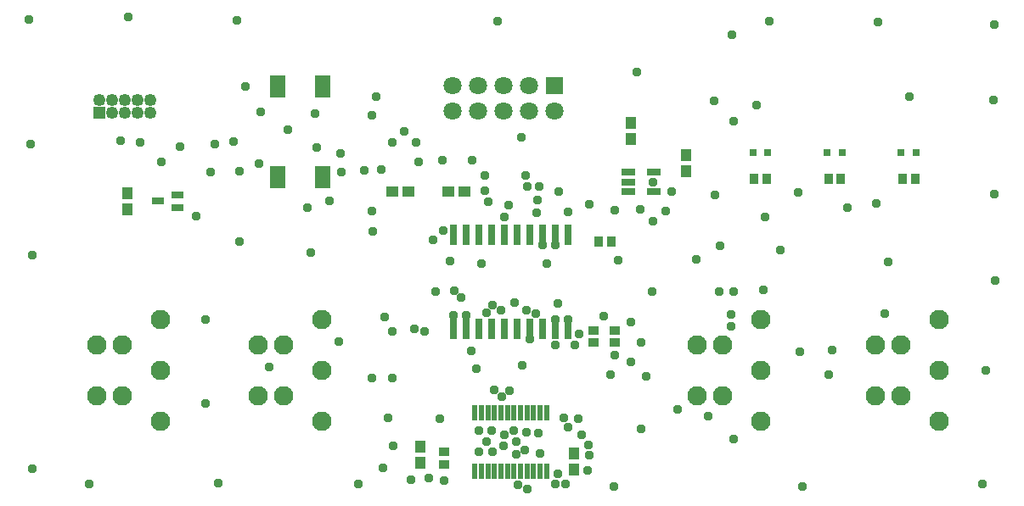
<source format=gts>
G04*
G04 #@! TF.GenerationSoftware,Altium Limited,Altium Designer,21.9.1 (22)*
G04*
G04 Layer_Color=8388736*
%FSLAX25Y25*%
%MOIN*%
G70*
G04*
G04 #@! TF.SameCoordinates,0F29A8BA-E8F9-4293-BDD9-90E20D7A2386*
G04*
G04*
G04 #@! TF.FilePolarity,Negative*
G04*
G01*
G75*
%ADD15R,0.03985X0.04758*%
%ADD17R,0.03150X0.03150*%
%ADD22R,0.04758X0.03985*%
%ADD24R,0.03150X0.08169*%
%ADD25R,0.05118X0.02756*%
%ADD26R,0.02362X0.06398*%
%ADD27R,0.04331X0.03740*%
%ADD28R,0.03740X0.04331*%
%ADD29R,0.05315X0.02953*%
%ADD30R,0.06102X0.08858*%
%ADD31C,0.07677*%
%ADD32R,0.07087X0.07087*%
%ADD33C,0.07087*%
%ADD34R,0.04921X0.04921*%
%ADD35C,0.04921*%
%ADD36C,0.03740*%
D15*
X46457Y121661D02*
D03*
Y115347D02*
D03*
X161417Y21956D02*
D03*
Y15642D02*
D03*
X265748Y130406D02*
D03*
Y136720D02*
D03*
X244094Y143005D02*
D03*
Y149318D02*
D03*
X221850Y12886D02*
D03*
Y19200D02*
D03*
D17*
X297835Y137500D02*
D03*
X291929D02*
D03*
X356102Y137500D02*
D03*
X350197D02*
D03*
X326969D02*
D03*
X321063D02*
D03*
D22*
X172473Y122146D02*
D03*
X178787D02*
D03*
X150379D02*
D03*
X156693D02*
D03*
D24*
X174350Y105264D02*
D03*
X179350D02*
D03*
X184350D02*
D03*
X189350D02*
D03*
X194350D02*
D03*
X199350D02*
D03*
X204350D02*
D03*
X209350D02*
D03*
X214350D02*
D03*
X219350D02*
D03*
Y68161D02*
D03*
X214350D02*
D03*
X209350D02*
D03*
X204350D02*
D03*
X199350D02*
D03*
X194350D02*
D03*
X189350D02*
D03*
X184350D02*
D03*
X179350D02*
D03*
X174350D02*
D03*
D25*
X58268Y118504D02*
D03*
X66142Y121063D02*
D03*
Y115945D02*
D03*
D26*
X182776Y12216D02*
D03*
X185335D02*
D03*
X187894D02*
D03*
X190453D02*
D03*
X193012D02*
D03*
X195571D02*
D03*
X198130D02*
D03*
X200689D02*
D03*
X203248D02*
D03*
X205807D02*
D03*
X208366D02*
D03*
X210925D02*
D03*
Y35349D02*
D03*
X208366D02*
D03*
X205807D02*
D03*
X203248D02*
D03*
X200689D02*
D03*
X198130D02*
D03*
X195571D02*
D03*
X193012D02*
D03*
X190453D02*
D03*
X187894D02*
D03*
X185335D02*
D03*
X182776D02*
D03*
D27*
X170768Y15059D02*
D03*
Y19981D02*
D03*
X229516Y67718D02*
D03*
Y62797D02*
D03*
X237784Y67718D02*
D03*
Y62797D02*
D03*
D28*
X350689Y127264D02*
D03*
X355610D02*
D03*
X326476D02*
D03*
X321555D02*
D03*
X297342D02*
D03*
X292421D02*
D03*
X236221Y102461D02*
D03*
X231299D02*
D03*
D29*
X243110Y129823D02*
D03*
Y126083D02*
D03*
Y122343D02*
D03*
X252953D02*
D03*
Y129823D02*
D03*
D30*
X123031Y127854D02*
D03*
Y163681D02*
D03*
X105315Y127854D02*
D03*
Y163681D02*
D03*
D31*
X44488Y41811D02*
D03*
X34488D02*
D03*
Y61811D02*
D03*
X44488D02*
D03*
X59488Y51811D02*
D03*
Y31811D02*
D03*
Y71811D02*
D03*
X107874Y41811D02*
D03*
X97874D02*
D03*
Y61811D02*
D03*
X107874D02*
D03*
X122874Y51811D02*
D03*
Y31811D02*
D03*
Y71811D02*
D03*
X279921Y41811D02*
D03*
X269921D02*
D03*
Y61811D02*
D03*
X279921D02*
D03*
X294921Y51811D02*
D03*
Y31811D02*
D03*
Y71811D02*
D03*
X350157Y41811D02*
D03*
X340158D02*
D03*
Y61811D02*
D03*
X350157D02*
D03*
X365158Y51811D02*
D03*
Y31811D02*
D03*
Y71811D02*
D03*
D32*
X214094Y163937D02*
D03*
D33*
Y153937D02*
D03*
X204095Y163937D02*
D03*
Y153937D02*
D03*
X194095Y163937D02*
D03*
Y153937D02*
D03*
X184095Y163937D02*
D03*
Y153937D02*
D03*
X174094Y163937D02*
D03*
Y153937D02*
D03*
D34*
X35276Y153150D02*
D03*
D35*
Y158150D02*
D03*
X40276Y153150D02*
D03*
Y158150D02*
D03*
X45276Y153150D02*
D03*
Y158150D02*
D03*
X50276Y153150D02*
D03*
Y158150D02*
D03*
X55276Y153150D02*
D03*
Y158150D02*
D03*
D36*
X155118Y146063D02*
D03*
X283858Y183858D02*
D03*
X189676Y77495D02*
D03*
X193071Y75492D02*
D03*
X283429Y74072D02*
D03*
X233465Y73327D02*
D03*
X252362Y83071D02*
D03*
X284252D02*
D03*
X278740D02*
D03*
X343621Y74317D02*
D03*
X321796Y50222D02*
D03*
X283429Y69441D02*
D03*
X250000Y49606D02*
D03*
X77165Y71811D02*
D03*
Y38976D02*
D03*
X147244Y72835D02*
D03*
X102085Y53150D02*
D03*
X129331Y63189D02*
D03*
X150461Y67323D02*
D03*
X159055Y68110D02*
D03*
X150461Y49025D02*
D03*
X142377D02*
D03*
X162992Y67323D02*
D03*
X201199Y143472D02*
D03*
X203248Y124138D02*
D03*
X211139Y93933D02*
D03*
X185387Y93958D02*
D03*
X173071Y94865D02*
D03*
X252737Y126010D02*
D03*
X295900Y83563D02*
D03*
X201299Y54092D02*
D03*
X183445Y52618D02*
D03*
X278898Y100853D02*
D03*
X215347Y78129D02*
D03*
X174595Y83363D02*
D03*
X166535Y103150D02*
D03*
X125591Y118504D02*
D03*
X293504Y156299D02*
D03*
X197989Y28342D02*
D03*
X199063Y18893D02*
D03*
X169142Y32835D02*
D03*
X150638Y22345D02*
D03*
X164813Y9453D02*
D03*
X157725Y9100D02*
D03*
X187252Y24011D02*
D03*
X194339Y26767D02*
D03*
X184449Y19981D02*
D03*
X237784Y57874D02*
D03*
X262402Y36516D02*
D03*
X179331Y73622D02*
D03*
X177281Y80560D02*
D03*
X167514Y82974D02*
D03*
X204350Y64372D02*
D03*
X174409Y73622D02*
D03*
X142520Y152362D02*
D03*
X194437Y112167D02*
D03*
X207283Y119095D02*
D03*
X202756Y128609D02*
D03*
X207087Y113878D02*
D03*
X196063Y117028D02*
D03*
X188071Y118387D02*
D03*
X181798Y134646D02*
D03*
X146653Y13484D02*
D03*
X187303Y74606D02*
D03*
X198425Y78740D02*
D03*
X190419Y44243D02*
D03*
X170430Y106988D02*
D03*
X345036Y94488D02*
D03*
X323149Y59842D02*
D03*
X310549Y59252D02*
D03*
X302615Y99213D02*
D03*
X269685Y95669D02*
D03*
X238976Y95276D02*
D03*
X248087Y28937D02*
D03*
X284252Y24803D02*
D03*
X274374Y34021D02*
D03*
X142651Y106569D02*
D03*
X118461Y98327D02*
D03*
X90491Y102518D02*
D03*
X73481Y112697D02*
D03*
X353501Y159547D02*
D03*
X246519Y169327D02*
D03*
X276772Y157874D02*
D03*
X284252Y150000D02*
D03*
X309813Y121793D02*
D03*
X296611Y112303D02*
D03*
X277123Y120965D02*
D03*
X257665Y114569D02*
D03*
X259997Y122146D02*
D03*
X252756Y110630D02*
D03*
X247595Y115256D02*
D03*
X227812Y117421D02*
D03*
X237795Y114961D02*
D03*
X219403Y114341D02*
D03*
X215784Y122441D02*
D03*
X208028Y124213D02*
D03*
X386221Y158268D02*
D03*
X386614Y121260D02*
D03*
X386965Y87303D02*
D03*
X383465Y51968D02*
D03*
X382144Y7144D02*
D03*
X311417Y6299D02*
D03*
X237457D02*
D03*
X137064Y7283D02*
D03*
X81890Y7480D02*
D03*
X31453Y7382D02*
D03*
X9209Y13386D02*
D03*
X9013Y97146D02*
D03*
X8324Y140847D02*
D03*
X386670Y187894D02*
D03*
X341198Y189075D02*
D03*
X298383Y189370D02*
D03*
X89524Y189764D02*
D03*
X46850Y190945D02*
D03*
X7831Y189961D02*
D03*
X214340Y71961D02*
D03*
X186618Y122663D02*
D03*
X186713Y128609D02*
D03*
X170094Y134606D02*
D03*
X129921Y137402D02*
D03*
X130503Y129981D02*
D03*
X146085Y130875D02*
D03*
X139370Y130709D02*
D03*
X142520Y114567D02*
D03*
X181299Y59768D02*
D03*
X206693Y74311D02*
D03*
X203071Y75492D02*
D03*
X226969Y12622D02*
D03*
X218504Y7406D02*
D03*
X214272Y7427D02*
D03*
X215354Y11417D02*
D03*
X227658Y18528D02*
D03*
X217815Y33193D02*
D03*
X224803Y26772D02*
D03*
X219291Y29528D02*
D03*
X227461Y22760D02*
D03*
X203277Y5217D02*
D03*
X193283Y41545D02*
D03*
X196457Y44015D02*
D03*
X120141Y152788D02*
D03*
X120866Y139567D02*
D03*
X109350Y146752D02*
D03*
X98817Y153662D02*
D03*
X92816Y163508D02*
D03*
X98176Y133212D02*
D03*
X88155Y141776D02*
D03*
X90453Y130217D02*
D03*
X80814Y140786D02*
D03*
X78892Y129833D02*
D03*
X67006Y140087D02*
D03*
X59782Y133969D02*
D03*
X51509Y141718D02*
D03*
X43799Y142224D02*
D03*
X191732Y189370D02*
D03*
X144095Y159547D02*
D03*
X150379Y141732D02*
D03*
X160827Y134055D02*
D03*
X159702Y141732D02*
D03*
X189567Y19981D02*
D03*
X184449Y28346D02*
D03*
X193898Y22441D02*
D03*
X208366Y19200D02*
D03*
X202362Y20472D02*
D03*
X203150Y27559D02*
D03*
X207874Y27165D02*
D03*
X199016Y24016D02*
D03*
X189370Y28346D02*
D03*
X235914Y50394D02*
D03*
X244094Y55118D02*
D03*
X248031Y62797D02*
D03*
X244094Y70866D02*
D03*
X214340Y61789D02*
D03*
X221939D02*
D03*
X223622Y66142D02*
D03*
X199803Y6791D02*
D03*
X340453Y117717D02*
D03*
X329035Y115945D02*
D03*
X223299Y32945D02*
D03*
X219340Y71961D02*
D03*
X148819Y33268D02*
D03*
X170669Y8661D02*
D03*
X214469Y101279D02*
D03*
X209449D02*
D03*
X117028Y115847D02*
D03*
M02*

</source>
